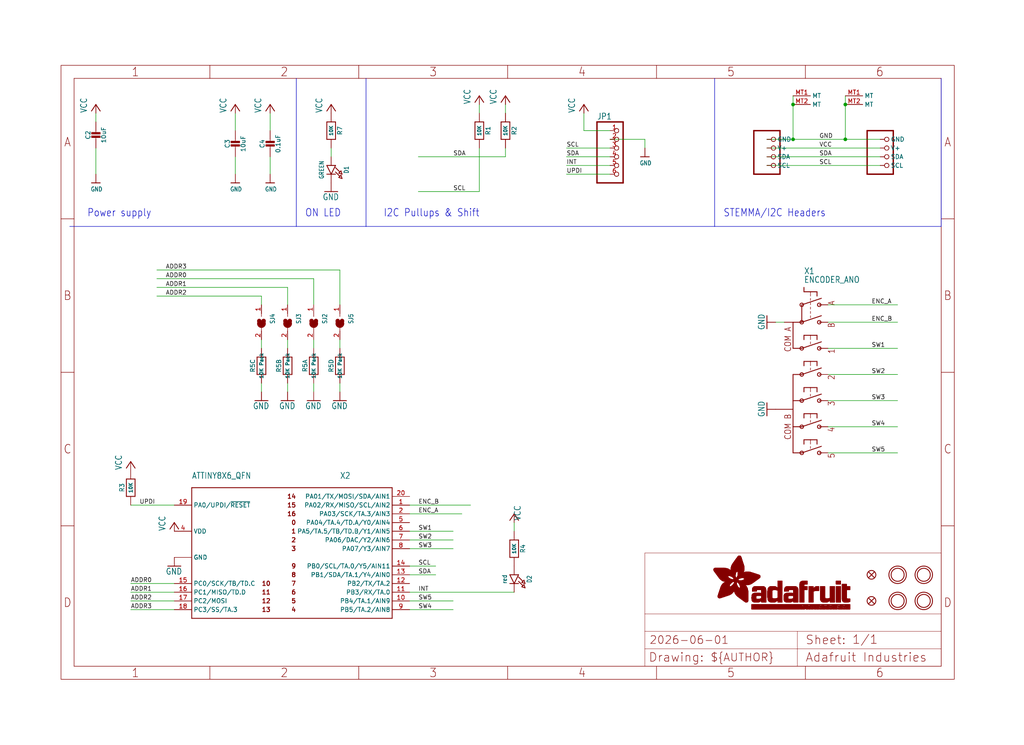
<source format=kicad_sch>
(kicad_sch (version 20230121) (generator eeschema)
  (paper "User" 298.45 217.322)
  (lib_symbols
    (symbol "working-eagle-import:ATTINY8X6_QFN"
      (property "Reference" "X" (at 12.7 25.4 0))
      (symbol "ATTINY8X6_QFN_1_0"
        (text "0" (at 0 12.7 0) (effects (font (size 1.27 1.27) (thickness 0.254) bold) (justify right)))
        (text "1" (at 0 10.16 0) (effects (font (size 1.27 1.27) (thickness 0.254) bold) (justify right)))
        (text "10" (at -10.16 -5.08 0) (effects (font (size 1.27 1.27) (thickness 0.254) bold) (justify left)))
        (text "11" (at -10.16 -7.62 0) (effects (font (size 1.27 1.27) (thickness 0.254) bold) (justify left)))
        (text "12" (at -10.16 -10.16 0) (effects (font (size 1.27 1.27) (thickness 0.254) bold) (justify left)))
        (text "13" (at -10.16 -12.7 0) (effects (font (size 1.27 1.27) (thickness 0.254) bold) (justify left)))
        (text "14" (at 0 20.32 0) (effects (font (size 1.27 1.27) (thickness 0.254) bold) (justify right)))
        (text "15" (at 0 17.78 0) (effects (font (size 1.27 1.27) (thickness 0.254) bold) (justify right)))
        (text "16" (at 0 15.24 0) (effects (font (size 1.27 1.27) (thickness 0.254) bold) (justify right)))
        (text "2" (at 0 7.62 0) (effects (font (size 1.27 1.27) (thickness 0.254) bold) (justify right)))
        (text "3" (at 0 5.08 0) (effects (font (size 1.27 1.27) (thickness 0.254) bold) (justify right)))
        (text "4" (at 0 -12.7 0) (effects (font (size 1.27 1.27) (thickness 0.254) bold) (justify right)))
        (text "5" (at 0 -10.16 0) (effects (font (size 1.27 1.27) (thickness 0.254) bold) (justify right)))
        (text "6" (at 0 -7.62 0) (effects (font (size 1.27 1.27) (thickness 0.254) bold) (justify right)))
        (text "7" (at 0 -5.08 0) (effects (font (size 1.27 1.27) (thickness 0.254) bold) (justify right)))
        (text "8" (at 0 -2.54 0) (effects (font (size 1.27 1.27) (thickness 0.254) bold) (justify right)))
        (text "9" (at 0 0 0) (effects (font (size 1.27 1.27) (thickness 0.254) bold) (justify right)))
        (pin bidirectional line (at 33.02 17.78 180) (length 5.08) (name "PA02/RX/MISO/SCL/AIN2") (number "1"))
        (pin bidirectional line (at 33.02 -10.16 180) (length 5.08) (name "PB4/TA.1/AIN9") (number "10"))
        (pin bidirectional line (at 33.02 -7.62 180) (length 5.08) (name "PB3/RX/TA.0") (number "11"))
        (pin bidirectional line (at 33.02 -5.08 180) (length 5.08) (name "PB2/TX/TA.2") (number "12"))
        (pin bidirectional line (at 33.02 -2.54 180) (length 5.08) (name "PB1/SDA/TA.1/Y4/AIN0") (number "13"))
        (pin bidirectional line (at 33.02 0 180) (length 5.08) (name "PB0/SCL/TA.0/Y5/AIN11") (number "14"))
        (pin bidirectional line (at -35.56 -5.08 0) (length 5.08) (name "PC0/SCK/TB/TD.C") (number "15"))
        (pin bidirectional line (at -35.56 -7.62 0) (length 5.08) (name "PC1/MISO/TD.D") (number "16"))
        (pin bidirectional line (at -35.56 -10.16 0) (length 5.08) (name "PC2/MOSI") (number "17"))
        (pin bidirectional line (at -35.56 -12.7 0) (length 5.08) (name "PC3/SS/TA.3") (number "18"))
        (pin bidirectional line (at -35.56 17.78 0) (length 5.08) (name "PA0/UPDI/~{RESET}") (number "19"))
        (pin bidirectional line (at 33.02 15.24 180) (length 5.08) (name "PA03/SCK/TA.3/AIN3") (number "2"))
        (pin bidirectional line (at 33.02 20.32 180) (length 5.08) (name "PA01/TX/MOSI/SDA/AIN1") (number "20"))
        (pin power_in line (at -35.56 2.54 0) (length 5.08) (name "GND") (number "3"))
        (pin power_in line (at -35.56 10.16 0) (length 5.08) (name "VDD") (number "4"))
        (pin bidirectional line (at 33.02 12.7 180) (length 5.08) (name "PA04/TA.4/TD.A/Y0/AIN4") (number "5"))
        (pin bidirectional line (at 33.02 10.16 180) (length 5.08) (name "PA5/TA.5/TB/TD.B/Y1/AIN5") (number "6"))
        (pin bidirectional line (at 33.02 7.62 180) (length 5.08) (name "PA06/DAC/Y2/AIN6") (number "7"))
        (pin bidirectional line (at 33.02 5.08 180) (length 5.08) (name "PA07/Y3/AIN7") (number "8"))
        (pin bidirectional line (at 33.02 -12.7 180) (length 5.08) (name "PB5/TA.2/AIN8") (number "9"))
        (pin power_in line (at -35.56 2.54 0) (length 5.08) (name "GND") (number "PAD"))
      )
    )
    (symbol "working-eagle-import:CAP_CERAMIC0603_NO"
      (property "Reference" "C" (at -2.29 1.25 90))
      (symbol "CAP_CERAMIC0603_NO_1_0"
        (pin passive line (at 0 5.08 270) (length 2.54) (name "1") (number "1"))
        (pin passive line (at 0 -2.54 90) (length 2.54) (name "2") (number "2"))
      )
    )
    (symbol "working-eagle-import:CAP_CERAMIC0805-NOOUTLINE"
      (property "Reference" "C" (at -2.29 1.25 90))
      (symbol "CAP_CERAMIC0805-NOOUTLINE_1_0"
        (pin passive line (at 0 5.08 270) (length 2.54) (name "1") (number "1"))
        (pin passive line (at 0 -2.54 90) (length 2.54) (name "2") (number "2"))
      )
    )
    (symbol "working-eagle-import:ENCODER_ANO"
      (property "Reference" "X" (at -1.905 13.97 0))
      (symbol "ENCODER_ANO_1_0"
        (text "1" (at 5.08 -7.62 900) (effects (font (size 1.778 1.5113)) (justify right top)))
        (text "2" (at 5.08 -15.24 900) (effects (font (size 1.778 1.5113)) (justify right top)))
        (text "3" (at 5.08 -22.86 900) (effects (font (size 1.778 1.5113)) (justify right top)))
        (text "4" (at 5.08 -30.48 900) (effects (font (size 1.778 1.5113)) (justify right top)))
        (text "5" (at 5.08 -38.1 900) (effects (font (size 1.778 1.5113)) (justify right top)))
        (text "A" (at 5.08 6.35 900) (effects (font (size 1.778 1.5113)) (justify right top)))
        (text "B" (at 5.08 0 900) (effects (font (size 1.778 1.5113)) (justify right top)))
        (text "COM A" (at -7.62 -1.27 900) (effects (font (size 1.778 1.5113)) (justify right top)))
        (text "COM B" (at -7.62 -26.67 900) (effects (font (size 1.778 1.5113)) (justify right top)))
        (pin passive line (at 5.08 5.08 180) (length 2.54) (name "A") (number "A"))
        (pin passive line (at 5.08 0 180) (length 2.54) (name "B") (number "B"))
        (pin passive line (at -7.62 0 0) (length 2.54) (name "COMA") (number "COM_A"))
        (pin passive line (at -10.16 -25.4 0) (length 5.08) (name "COM_B") (number "COM_B"))
        (pin passive line (at 5.08 -7.62 180) (length 2.54) (name "1") (number "S1"))
        (pin passive line (at 5.08 -15.24 180) (length 2.54) (name "S2") (number "S2"))
        (pin passive line (at 5.08 -22.86 180) (length 2.54) (name "S3") (number "S3"))
        (pin passive line (at 5.08 -30.48 180) (length 2.54) (name "S4") (number "S4"))
        (pin passive line (at 5.08 -38.1 180) (length 2.54) (name "S5") (number "S5"))
      )
    )
    (symbol "working-eagle-import:FIDUCIAL_1MM")
    (symbol "working-eagle-import:FRAME_A4_ADAFRUIT"
      (symbol "FRAME_A4_ADAFRUIT_1_0"
        (text "${#}/${##}" (at 230.505 10.16 0) (effects (font (size 2.54 2.54)) (justify left bottom)))
        (text "${AUTHOR}" (at 189.23 5.08 0) (effects (font (size 2.286 2.286)) (justify left bottom)))
        (text "${CURRENT_DATE}" (at 171.45 10.16 0) (effects (font (size 2.286 2.286)) (justify left bottom)))
        (text "${PROJECTNAME}" (at 171.45 15.24 0) (effects (font (size 2.54 2.54)) (justify left bottom)))
        (text "1" (at 21.6958 1.905 0) (effects (font (size 2.54 2.286))))
        (text "1" (at 21.6958 177.165 0) (effects (font (size 2.54 2.286))))
        (text "2" (at 65.0875 1.905 0) (effects (font (size 2.54 2.286))))
        (text "2" (at 65.0875 177.165 0) (effects (font (size 2.54 2.286))))
        (text "3" (at 108.4792 1.905 0) (effects (font (size 2.54 2.286))))
        (text "3" (at 108.4792 177.165 0) (effects (font (size 2.54 2.286))))
        (text "4" (at 151.8708 1.905 0) (effects (font (size 2.54 2.286))))
        (text "4" (at 151.8708 177.165 0) (effects (font (size 2.54 2.286))))
        (text "5" (at 195.2625 1.905 0) (effects (font (size 2.54 2.286))))
        (text "5" (at 195.2625 177.165 0) (effects (font (size 2.54 2.286))))
        (text "6" (at 238.6542 1.905 0) (effects (font (size 2.54 2.286))))
        (text "6" (at 238.6542 177.165 0) (effects (font (size 2.54 2.286))))
        (text "A" (at 1.905 156.6863 0) (effects (font (size 2.54 2.286))))
        (text "A" (at 258.445 156.6863 0) (effects (font (size 2.54 2.286))))
        (text "Adafruit Industries" (at 216.916 4.953 0) (effects (font (size 2.54 2.54)) (justify left bottom)))
        (text "B" (at 1.905 111.9188 0) (effects (font (size 2.54 2.286))))
        (text "B" (at 258.445 111.9188 0) (effects (font (size 2.54 2.286))))
        (text "C" (at 1.905 67.1513 0) (effects (font (size 2.54 2.286))))
        (text "C" (at 258.445 67.1513 0) (effects (font (size 2.54 2.286))))
        (text "D" (at 1.905 22.3838 0) (effects (font (size 2.54 2.286))))
        (text "D" (at 258.445 22.3838 0) (effects (font (size 2.54 2.286))))
        (text "Drawing:" (at 171.196 4.953 0) (effects (font (size 2.54 2.54)) (justify left bottom)))
        (text "Sheet:" (at 216.916 10.033 0) (effects (font (size 2.54 2.54)) (justify left bottom)))
      )
    )
    (symbol "working-eagle-import:GND" (power)
      (property "Value" "GND" (at -1.524 -2.54 0))
      (symbol "GND_1_0"
        (pin power_in line (at 0 2.54 270) (length 2.54) (name "GND") (number "1"))
      )
    )
    (symbol "working-eagle-import:HEADER-1X670MIL"
      (property "Reference" "JP" (at -6.35 10.795 0))
      (symbol "HEADER-1X670MIL_1_0"
        (pin passive inverted (at -2.54 7.62 0) (length 2.54) (name "1") (number "1"))
        (pin passive inverted (at -2.54 5.08 0) (length 2.54) (name "2") (number "2"))
        (pin passive inverted (at -2.54 2.54 0) (length 2.54) (name "3") (number "3"))
        (pin passive inverted (at -2.54 0 0) (length 2.54) (name "4") (number "4"))
        (pin passive inverted (at -2.54 -2.54 0) (length 2.54) (name "5") (number "5"))
        (pin passive inverted (at -2.54 -5.08 0) (length 2.54) (name "6") (number "6"))
      )
    )
    (symbol "working-eagle-import:LED0603_NOOUTLINE"
      (property "Reference" "D" (at -1.27 4.445 0))
      (symbol "LED0603_NOOUTLINE_1_0"
        (pin passive line (at -5.08 0 0) (length 2.54) (name "A") (number "A"))
        (pin passive line (at 2.54 0 180) (length 2.54) (name "C") (number "C"))
      )
    )
    (symbol "working-eagle-import:MOUNTINGHOLE2.5")
    (symbol "working-eagle-import:RESISTOR_0603_NOOUT"
      (property "Reference" "R" (at 0 2.54 0))
      (symbol "RESISTOR_0603_NOOUT_1_0"
        (pin passive line (at -5.08 0 0) (length 2.54) (name "1") (number "1"))
        (pin passive line (at 5.08 0 180) (length 2.54) (name "2") (number "2"))
      )
    )
    (symbol "working-eagle-import:RESISTOR_4PACK"
      (property "Reference" "R" (at 0 2.54 0))
      (symbol "RESISTOR_4PACK_1_0"
        (pin passive line (at -5.08 0 0) (length 2.54) (name "1") (number "1"))
        (pin passive line (at 5.08 0 180) (length 2.54) (name "2") (number "8"))
      )
      (symbol "RESISTOR_4PACK_2_0"
        (pin passive line (at -5.08 0 0) (length 2.54) (name "1") (number "2"))
        (pin passive line (at 5.08 0 180) (length 2.54) (name "2") (number "7"))
      )
      (symbol "RESISTOR_4PACK_3_0"
        (pin passive line (at -5.08 0 0) (length 2.54) (name "1") (number "3"))
        (pin passive line (at 5.08 0 180) (length 2.54) (name "2") (number "6"))
      )
      (symbol "RESISTOR_4PACK_4_0"
        (pin passive line (at -5.08 0 0) (length 2.54) (name "1") (number "4"))
        (pin passive line (at 5.08 0 180) (length 2.54) (name "2") (number "5"))
      )
    )
    (symbol "working-eagle-import:SOLDERJUMPERCLOSED"
      (property "Reference" "SJ" (at -2.54 2.54 0))
      (symbol "SOLDERJUMPERCLOSED_1_0"
        (pin passive line (at -5.08 0 0) (length 2.54) (name "1") (number "1"))
        (pin passive line (at 5.08 0 180) (length 2.54) (name "2") (number "2"))
      )
    )
    (symbol "working-eagle-import:STEMMA_I2C_QT"
      (symbol "STEMMA_I2C_QT_1_0"
        (pin passive inverted (at 0 5.08 0) (length 2.54) (name "GND") (number "1"))
        (pin passive inverted (at 0 2.54 0) (length 2.54) (name "V+") (number "2"))
        (pin passive inverted (at 0 0 0) (length 2.54) (name "SDA") (number "3"))
        (pin passive inverted (at 0 -2.54 0) (length 2.54) (name "SCL") (number "4"))
      )
      (symbol "STEMMA_I2C_QT_2_0"
        (pin bidirectional line (at 0 0 0) (length 5.08) (name "MT") (number "MT1"))
      )
      (symbol "STEMMA_I2C_QT_3_0"
        (pin bidirectional line (at 0 0 0) (length 5.08) (name "MT") (number "MT2"))
      )
    )
    (symbol "working-eagle-import:VCC" (power)
      (property "Value" "VCC" (at -2.54 -2.54 90))
      (symbol "VCC_1_0"
        (pin power_in line (at 0 -2.54 90) (length 2.54) (name "VCC") (number "1"))
      )
    )
    (symbol "working-eagle-import:supply1_GND" (power)
      (property "Value" "supply1_GND" (at -2.54 -2.54 0))
      (symbol "supply1_GND_1_0"
        (pin power_in line (at 0 2.54 270) (length 2.54) (name "GND") (number "1"))
      )
    )
  )
  (junction (at 246.38 40.64))
  (junction (at 246.38 30.48))
  (junction (at 231.14 40.64))
  (junction (at 231.14 30.48))
  (wire (pts (xy 119.38 177.8) (xy 132.08 177.8)) (stroke (width 0.1524)))
  (wire (pts (xy 261.62 93.98) (xy 241.3 93.98)) (stroke (width 0.1524)))
  (wire (pts (xy 231.14 30.48) (xy 231.14 40.64)) (stroke (width 0.1524)))
  (wire (pts (xy 78.74 33.02) (xy 78.74 38.1)) (stroke (width 0.1524)))
  (wire (pts (xy 177.8 45.72) (xy 165.1 45.72)) (stroke (width 0.1524)))
  (wire (pts (xy 78.74 45.72) (xy 78.74 50.8)) (stroke (width 0.1524)))
  (wire (pts (xy 246.38 27.94) (xy 246.38 30.48)) (stroke (width 0.1524)))
  (wire (pts (xy 261.62 109.22) (xy 241.3 109.22)) (stroke (width 0.1524)))
  (wire (pts (xy 170.18 38.1) (xy 170.18 33.02)) (stroke (width 0.1524)))
  (wire (pts (xy 228.6 93.98) (xy 226.06 93.98)) (stroke (width 0.1524)))
  (polyline (pts (xy 86.36 22.86) (xy 86.36 66.04)) (stroke (width 0.1524) (type solid)))
  (wire (pts (xy 246.38 30.48) (xy 246.38 40.64)) (stroke (width 0.1524)))
  (wire (pts (xy 38.1 175.26) (xy 50.8 175.26)) (stroke (width 0.1524)))
  (wire (pts (xy 119.38 165.1) (xy 127 165.1)) (stroke (width 0.1524)))
  (wire (pts (xy 119.38 175.26) (xy 132.08 175.26)) (stroke (width 0.1524)))
  (wire (pts (xy 50.8 170.18) (xy 38.1 170.18)) (stroke (width 0.1524)))
  (polyline (pts (xy 106.68 66.04) (xy 208.28 66.04)) (stroke (width 0.1524) (type solid)))
  (wire (pts (xy 147.32 43.18) (xy 147.32 45.72)) (stroke (width 0.1524)))
  (wire (pts (xy 256.54 45.72) (xy 223.52 45.72)) (stroke (width 0.1524)))
  (wire (pts (xy 261.62 124.46) (xy 241.3 124.46)) (stroke (width 0.1524)))
  (wire (pts (xy 177.8 43.18) (xy 165.1 43.18)) (stroke (width 0.1524)))
  (polyline (pts (xy 20.32 66.04) (xy 86.36 66.04)) (stroke (width 0.1524) (type solid)))
  (wire (pts (xy 83.82 101.6) (xy 83.82 99.06)) (stroke (width 0.1524)))
  (polyline (pts (xy 208.28 66.04) (xy 274.32 66.04)) (stroke (width 0.1524) (type solid)))
  (wire (pts (xy 45.72 86.36) (xy 76.2 86.36)) (stroke (width 0.1524)))
  (wire (pts (xy 27.94 33.02) (xy 27.94 35.56)) (stroke (width 0.1524)))
  (wire (pts (xy 50.8 177.8) (xy 38.1 177.8)) (stroke (width 0.1524)))
  (wire (pts (xy 119.38 147.32) (xy 137.16 147.32)) (stroke (width 0.1524)))
  (wire (pts (xy 139.7 55.88) (xy 121.92 55.88)) (stroke (width 0.1524)))
  (wire (pts (xy 149.86 152.4) (xy 149.86 154.94)) (stroke (width 0.1524)))
  (wire (pts (xy 241.3 132.08) (xy 261.62 132.08)) (stroke (width 0.1524)))
  (wire (pts (xy 256.54 40.64) (xy 246.38 40.64)) (stroke (width 0.1524)))
  (wire (pts (xy 231.14 40.64) (xy 223.52 40.64)) (stroke (width 0.1524)))
  (polyline (pts (xy 274.32 22.86) (xy 274.32 66.04)) (stroke (width 0.1524) (type solid)))
  (wire (pts (xy 83.82 83.82) (xy 83.82 88.9)) (stroke (width 0.1524)))
  (wire (pts (xy 132.08 157.48) (xy 119.38 157.48)) (stroke (width 0.1524)))
  (wire (pts (xy 68.58 45.72) (xy 68.58 50.8)) (stroke (width 0.1524)))
  (wire (pts (xy 223.52 43.18) (xy 256.54 43.18)) (stroke (width 0.1524)))
  (wire (pts (xy 91.44 81.28) (xy 91.44 88.9)) (stroke (width 0.1524)))
  (wire (pts (xy 223.52 48.26) (xy 256.54 48.26)) (stroke (width 0.1524)))
  (wire (pts (xy 134.62 149.86) (xy 119.38 149.86)) (stroke (width 0.1524)))
  (wire (pts (xy 177.8 48.26) (xy 165.1 48.26)) (stroke (width 0.1524)))
  (wire (pts (xy 76.2 114.3) (xy 76.2 111.76)) (stroke (width 0.1524)))
  (wire (pts (xy 96.52 45.72) (xy 96.52 43.18)) (stroke (width 0.1524)))
  (wire (pts (xy 177.8 38.1) (xy 170.18 38.1)) (stroke (width 0.1524)))
  (wire (pts (xy 50.8 147.32) (xy 38.1 147.32)) (stroke (width 0.1524)))
  (wire (pts (xy 147.32 45.72) (xy 121.92 45.72)) (stroke (width 0.1524)))
  (wire (pts (xy 99.06 111.76) (xy 99.06 114.3)) (stroke (width 0.1524)))
  (wire (pts (xy 27.94 50.8) (xy 27.94 43.18)) (stroke (width 0.1524)))
  (wire (pts (xy 68.58 33.02) (xy 68.58 38.1)) (stroke (width 0.1524)))
  (wire (pts (xy 76.2 101.6) (xy 76.2 99.06)) (stroke (width 0.1524)))
  (wire (pts (xy 241.3 88.9) (xy 261.62 88.9)) (stroke (width 0.1524)))
  (wire (pts (xy 241.3 116.84) (xy 261.62 116.84)) (stroke (width 0.1524)))
  (wire (pts (xy 119.38 172.72) (xy 149.86 172.72)) (stroke (width 0.1524)))
  (polyline (pts (xy 106.68 22.86) (xy 106.68 66.04)) (stroke (width 0.1524) (type solid)))
  (wire (pts (xy 187.96 40.64) (xy 187.96 43.18)) (stroke (width 0.1524)))
  (wire (pts (xy 139.7 43.18) (xy 139.7 55.88)) (stroke (width 0.1524)))
  (wire (pts (xy 45.72 83.82) (xy 83.82 83.82)) (stroke (width 0.1524)))
  (wire (pts (xy 76.2 86.36) (xy 76.2 88.9)) (stroke (width 0.1524)))
  (polyline (pts (xy 208.28 22.86) (xy 208.28 66.04)) (stroke (width 0.1524) (type solid)))
  (wire (pts (xy 50.8 172.72) (xy 38.1 172.72)) (stroke (width 0.1524)))
  (wire (pts (xy 231.14 27.94) (xy 231.14 30.48)) (stroke (width 0.1524)))
  (wire (pts (xy 99.06 88.9) (xy 99.06 78.74)) (stroke (width 0.1524)))
  (wire (pts (xy 177.8 40.64) (xy 187.96 40.64)) (stroke (width 0.1524)))
  (wire (pts (xy 91.44 114.3) (xy 91.44 111.76)) (stroke (width 0.1524)))
  (wire (pts (xy 99.06 78.74) (xy 45.72 78.74)) (stroke (width 0.1524)))
  (wire (pts (xy 147.32 33.02) (xy 147.32 30.48)) (stroke (width 0.1524)))
  (wire (pts (xy 139.7 30.48) (xy 139.7 33.02)) (stroke (width 0.1524)))
  (wire (pts (xy 99.06 99.06) (xy 99.06 101.6)) (stroke (width 0.1524)))
  (wire (pts (xy 91.44 101.6) (xy 91.44 99.06)) (stroke (width 0.1524)))
  (polyline (pts (xy 86.36 66.04) (xy 106.68 66.04)) (stroke (width 0.1524) (type solid)))
  (wire (pts (xy 119.38 160.02) (xy 132.08 160.02)) (stroke (width 0.1524)))
  (wire (pts (xy 119.38 154.94) (xy 132.08 154.94)) (stroke (width 0.1524)))
  (wire (pts (xy 231.14 40.64) (xy 246.38 40.64)) (stroke (width 0.1524)))
  (wire (pts (xy 241.3 101.6) (xy 261.62 101.6)) (stroke (width 0.1524)))
  (wire (pts (xy 83.82 114.3) (xy 83.82 111.76)) (stroke (width 0.1524)))
  (wire (pts (xy 177.8 50.8) (xy 165.1 50.8)) (stroke (width 0.1524)))
  (wire (pts (xy 127 167.64) (xy 119.38 167.64)) (stroke (width 0.1524)))
  (wire (pts (xy 45.72 81.28) (xy 91.44 81.28)) (stroke (width 0.1524)))
  (text "I2C Pullups & Shift" (at 111.76 63.5 0) (effects (font (size 2.1844 1.8567)) (justify left bottom)))
  (text "ON LED" (at 88.9 63.5 0) (effects (font (size 2.1844 1.8567)) (justify left bottom)))
  (text "STEMMA/I2C Headers" (at 210.82 63.5 0) (effects (font (size 2.1844 1.8567)) (justify left bottom)))
  (text "Power supply" (at 25.4 63.5 0) (effects (font (size 2.1844 1.8567)) (justify left bottom)))
  (label "GND" (at 238.76 40.64 0) (effects (font (size 1.2446 1.2446))))
  (label "INT" (at 121.92 172.72 0) (effects (font (size 1.2446 1.2446))))
  (label "ENC_B" (at 254 93.98 0) (effects (font (size 1.2446 1.2446))))
  (label "SW4" (at 121.92 177.8 0) (effects (font (size 1.2446 1.2446))))
  (label "SW1" (at 254 101.6 0) (effects (font (size 1.2446 1.2446))))
  (label "ENC_A" (at 254 88.9 0) (effects (font (size 1.2446 1.2446))))
  (label "INT" (at 165.1 48.26 0) (effects (font (size 1.2446 1.2446))))
  (label "UPDI" (at 165.1 50.8 0) (effects (font (size 1.2446 1.2446))))
  (label "SCL" (at 165.1 43.18 0) (effects (font (size 1.2446 1.2446))))
  (label "ADDR2" (at 48.26 86.36 0) (effects (font (size 1.2446 1.2446))))
  (label "ADDR2" (at 38.1 175.26 0) (effects (font (size 1.2446 1.2446))))
  (label "SW5" (at 121.92 175.26 0) (effects (font (size 1.2446 1.2446))))
  (label "SCL" (at 238.76 48.26 0) (effects (font (size 1.2446 1.2446))))
  (label "ADDR0" (at 38.1 170.18 0) (effects (font (size 1.2446 1.2446))))
  (label "ADDR0" (at 48.26 81.28 0) (effects (font (size 1.2446 1.2446))))
  (label "SDA" (at 238.76 45.72 0) (effects (font (size 1.2446 1.2446))))
  (label "SW2" (at 121.92 157.48 0) (effects (font (size 1.2446 1.2446))))
  (label "ADDR1" (at 38.1 172.72 0) (effects (font (size 1.2446 1.2446))))
  (label "SDA" (at 121.92 167.64 0) (effects (font (size 1.2446 1.2446))))
  (label "SDA" (at 165.1 45.72 0) (effects (font (size 1.2446 1.2446))))
  (label "SW4" (at 254 124.46 0) (effects (font (size 1.2446 1.2446))))
  (label "ENC_A" (at 121.92 149.86 0) (effects (font (size 1.2446 1.2446))))
  (label "VCC" (at 238.76 43.18 0) (effects (font (size 1.2446 1.2446))))
  (label "SW3" (at 121.92 160.02 0) (effects (font (size 1.2446 1.2446))))
  (label "ENC_B" (at 121.92 147.32 0) (effects (font (size 1.2446 1.2446))))
  (label "SCL" (at 132.08 55.88 0) (effects (font (size 1.2446 1.2446))))
  (label "SW2" (at 254 109.22 0) (effects (font (size 1.2446 1.2446))))
  (label "UPDI" (at 40.64 147.32 0) (effects (font (size 1.2446 1.2446))))
  (label "ADDR3" (at 48.26 78.74 0) (effects (font (size 1.2446 1.2446))))
  (label "SDA" (at 132.08 45.72 0) (effects (font (size 1.2446 1.2446))))
  (label "ADDR3" (at 38.1 177.8 0) (effects (font (size 1.2446 1.2446))))
  (label "ADDR1" (at 48.26 83.82 0) (effects (font (size 1.2446 1.2446))))
  (label "SW1" (at 121.92 154.94 0) (effects (font (size 1.2446 1.2446))))
  (label "SCL" (at 121.92 165.1 0) (effects (font (size 1.2446 1.2446))))
  (label "SW5" (at 254 132.08 0) (effects (font (size 1.2446 1.2446))))
  (label "SW3" (at 254 116.84 0) (effects (font (size 1.2446 1.2446))))
  (symbol (lib_id "working-eagle-import:STEMMA_I2C_QT") (at 231.14 30.48 0) (unit 3)
    (property "Reference" "CONN3" (effects hide))
    (property "Value" "STEMMA_I2C_QT" (effects hide))
    (property "Footprint" "working:JST_SH4" (effects hide))
  )
  (symbol (lib_id "working-eagle-import:VCC") (at 50.8 152.4 0) (unit 1)
    (property "Reference" "#P+8" (effects hide))
    (property "Value" "VCC" (at 48.26 154.94 90) (effects (font (size 1.778 1.5113)) (justify left bottom)))
  )
  (symbol (lib_id "working-eagle-import:LED0603_NOOUTLINE") (at 149.86 170.18 270) (unit 1)
    (property "Reference" "D2" (at 154.305 168.91 0) (effects (font (size 1.27 1.0795))))
    (property "Value" "red" (at 147.066 168.91 0) (effects (font (size 1.27 1.0795))))
    (property "Footprint" "working:CHIPLED_0603_NOOUTLINE" (effects hide))
  )
  (symbol (lib_id "working-eagle-import:RESISTOR_0603_NOOUT") (at 149.86 160.02 270) (unit 1)
    (property "Reference" "R4" (at 152.4 160.02 0))
    (property "Value" "10K" (at 149.86 160.02 0) (effects (font (size 1.016 1.016) bold)))
    (property "Footprint" "working:0603-NO" (effects hide))
  )
  (symbol (lib_id "working-eagle-import:MOUNTINGHOLE2.5") (at 269.24 175.26 0) (unit 1)
    (property "Reference" "U$30" (effects hide))
    (property "Value" "MOUNTINGHOLE2.5" (effects hide))
    (property "Footprint" "working:MOUNTINGHOLE_2.5_PLATED" (effects hide))
  )
  (symbol (lib_id "working-eagle-import:SOLDERJUMPERCLOSED") (at 83.82 93.98 270) (unit 1)
    (property "Reference" "SJ3" (at 86.36 91.44 0) (effects (font (size 1.27 1.0795)) (justify left bottom)))
    (property "Value" "SOLDERJUMPERCLOSED" (effects hide))
    (property "Footprint" "working:SOLDERJUMPER_CLOSEDWIRE" (effects hide))
  )
  (symbol (lib_id "working-eagle-import:VCC") (at 78.74 30.48 0) (unit 1)
    (property "Reference" "#P+6" (effects hide))
    (property "Value" "VCC" (at 76.2 33.02 90) (effects (font (size 1.778 1.5113)) (justify left bottom)))
  )
  (symbol (lib_id "working-eagle-import:CAP_CERAMIC0603_NO") (at 78.74 43.18 0) (unit 1)
    (property "Reference" "C4" (at 76.45 41.93 90))
    (property "Value" "0.1uF" (at 81.04 41.93 90))
    (property "Footprint" "working:0603-NO" (effects hide))
  )
  (symbol (lib_id "working-eagle-import:VCC") (at 139.7 27.94 0) (unit 1)
    (property "Reference" "#P+1" (effects hide))
    (property "Value" "VCC" (at 137.16 30.48 90) (effects (font (size 1.778 1.5113)) (justify left bottom)))
  )
  (symbol (lib_id "working-eagle-import:STEMMA_I2C_QT") (at 223.52 45.72 0) (unit 1)
    (property "Reference" "CONN3" (effects hide))
    (property "Value" "STEMMA_I2C_QT" (effects hide))
    (property "Footprint" "working:JST_SH4" (effects hide))
  )
  (symbol (lib_id "working-eagle-import:MOUNTINGHOLE2.5") (at 261.62 167.64 0) (unit 1)
    (property "Reference" "U$27" (effects hide))
    (property "Value" "MOUNTINGHOLE2.5" (effects hide))
    (property "Footprint" "working:MOUNTINGHOLE_2.5_PLATED" (effects hide))
  )
  (symbol (lib_id "working-eagle-import:MOUNTINGHOLE2.5") (at 269.24 167.64 0) (unit 1)
    (property "Reference" "U$29" (effects hide))
    (property "Value" "MOUNTINGHOLE2.5" (effects hide))
    (property "Footprint" "working:MOUNTINGHOLE_2.5_PLATED" (effects hide))
  )
  (symbol (lib_id "working-eagle-import:supply1_GND") (at 223.52 119.38 270) (unit 1)
    (property "Reference" "#GND4" (effects hide))
    (property "Value" "GND" (at 220.98 116.84 0) (effects (font (size 1.778 1.5113)) (justify left bottom)))
  )
  (symbol (lib_id "working-eagle-import:supply1_GND") (at 76.2 116.84 0) (unit 1)
    (property "Reference" "#GND10" (effects hide))
    (property "Value" "GND" (at 73.66 119.38 0) (effects (font (size 1.778 1.5113)) (justify left bottom)))
  )
  (symbol (lib_id "working-eagle-import:ATTINY8X6_QFN") (at 86.36 165.1 0) (unit 1)
    (property "Reference" "X2" (at 99.06 139.7 0) (effects (font (size 1.778 1.5113)) (justify left bottom)))
    (property "Value" "ATTINY8X6_QFN" (at 55.88 139.7 0) (effects (font (size 1.778 1.5113)) (justify left bottom)))
    (property "Footprint" "working:QFN20_3MM" (effects hide))
  )
  (symbol (lib_id "working-eagle-import:LED0603_NOOUTLINE") (at 96.52 50.8 270) (unit 1)
    (property "Reference" "D1" (at 100.965 49.53 0) (effects (font (size 1.27 1.0795))))
    (property "Value" "GREEN" (at 93.726 49.53 0) (effects (font (size 1.27 1.0795))))
    (property "Footprint" "working:CHIPLED_0603_NOOUTLINE" (effects hide))
  )
  (symbol (lib_id "working-eagle-import:STEMMA_I2C_QT") (at 246.38 30.48 0) (unit 3)
    (property "Reference" "CONN4" (effects hide))
    (property "Value" "STEMMA_I2C_QT" (effects hide))
    (property "Footprint" "working:JST_SH4" (effects hide))
  )
  (symbol (lib_id "working-eagle-import:GND") (at 187.96 45.72 0) (unit 1)
    (property "Reference" "#U$1" (effects hide))
    (property "Value" "GND" (at 186.436 48.26 0) (effects (font (size 1.27 1.0795)) (justify left bottom)))
  )
  (symbol (lib_id "working-eagle-import:GND") (at 27.94 53.34 0) (unit 1)
    (property "Reference" "#U$13" (effects hide))
    (property "Value" "GND" (at 26.416 55.88 0) (effects (font (size 1.27 1.0795)) (justify left bottom)))
  )
  (symbol (lib_id "working-eagle-import:RESISTOR_4PACK") (at 99.06 106.68 90) (unit 4)
    (property "Reference" "R5" (at 96.52 106.68 0))
    (property "Value" "10K Pack" (at 99.06 106.68 0) (effects (font (size 1.016 1.016) bold)))
    (property "Footprint" "working:RESPACK_4X0603" (effects hide))
  )
  (symbol (lib_id "working-eagle-import:GND") (at 78.74 53.34 0) (unit 1)
    (property "Reference" "#U$6" (effects hide))
    (property "Value" "GND" (at 77.216 55.88 0) (effects (font (size 1.27 1.0795)) (justify left bottom)))
  )
  (symbol (lib_id "working-eagle-import:VCC") (at 149.86 149.86 0) (unit 1)
    (property "Reference" "#P+9" (effects hide))
    (property "Value" "VCC" (at 149.86 147.32 90) (effects (font (size 1.778 1.5113)) (justify right top)))
  )
  (symbol (lib_id "working-eagle-import:RESISTOR_0603_NOOUT") (at 96.52 38.1 270) (unit 1)
    (property "Reference" "R7" (at 99.06 38.1 0))
    (property "Value" "10K" (at 96.52 38.1 0) (effects (font (size 1.016 1.016) bold)))
    (property "Footprint" "working:0603-NO" (effects hide))
  )
  (symbol (lib_id "working-eagle-import:STEMMA_I2C_QT") (at 231.14 27.94 0) (unit 2)
    (property "Reference" "CONN3" (effects hide))
    (property "Value" "STEMMA_I2C_QT" (effects hide))
    (property "Footprint" "working:JST_SH4" (effects hide))
  )
  (symbol (lib_id "working-eagle-import:HEADER-1X670MIL") (at 180.34 45.72 0) (unit 1)
    (property "Reference" "JP1" (at 173.99 34.925 0) (effects (font (size 1.778 1.5113)) (justify left bottom)))
    (property "Value" "HEADER-1X670MIL" (effects hide))
    (property "Footprint" "working:1X06_ROUND_70" (effects hide))
  )
  (symbol (lib_id "working-eagle-import:STEMMA_I2C_QT") (at 256.54 45.72 0) (unit 1)
    (property "Reference" "CONN4" (effects hide))
    (property "Value" "STEMMA_I2C_QT" (effects hide))
    (property "Footprint" "working:JST_SH4" (effects hide))
  )
  (symbol (lib_id "working-eagle-import:supply1_GND") (at 83.82 116.84 0) (unit 1)
    (property "Reference" "#GND8" (effects hide))
    (property "Value" "GND" (at 81.28 119.38 0) (effects (font (size 1.778 1.5113)) (justify left bottom)))
  )
  (symbol (lib_id "working-eagle-import:CAP_CERAMIC0805-NOOUTLINE") (at 27.94 40.64 0) (unit 1)
    (property "Reference" "C2" (at 25.65 39.39 90))
    (property "Value" "10uF" (at 30.24 39.39 90))
    (property "Footprint" "working:0805-NO" (effects hide))
  )
  (symbol (lib_id "working-eagle-import:RESISTOR_4PACK") (at 83.82 106.68 90) (unit 2)
    (property "Reference" "R5" (at 81.28 106.68 0))
    (property "Value" "10K Pack" (at 83.82 106.68 0) (effects (font (size 1.016 1.016) bold)))
    (property "Footprint" "working:RESPACK_4X0603" (effects hide))
  )
  (symbol (lib_id "working-eagle-import:VCC") (at 38.1 134.62 0) (unit 1)
    (property "Reference" "#P+10" (effects hide))
    (property "Value" "VCC" (at 35.56 137.16 90) (effects (font (size 1.778 1.5113)) (justify left bottom)))
  )
  (symbol (lib_id "working-eagle-import:RESISTOR_0603_NOOUT") (at 147.32 38.1 270) (unit 1)
    (property "Reference" "R2" (at 149.86 38.1 0))
    (property "Value" "10K" (at 147.32 38.1 0) (effects (font (size 1.016 1.016) bold)))
    (property "Footprint" "working:0603-NO" (effects hide))
  )
  (symbol (lib_id "working-eagle-import:FIDUCIAL_1MM") (at 254 175.26 0) (unit 1)
    (property "Reference" "FID3" (effects hide))
    (property "Value" "FIDUCIAL_1MM" (effects hide))
    (property "Footprint" "working:FIDUCIAL_1MM" (effects hide))
  )
  (symbol (lib_id "working-eagle-import:supply1_GND") (at 50.8 165.1 0) (unit 1)
    (property "Reference" "#GND12" (effects hide))
    (property "Value" "GND" (at 48.26 167.64 0) (effects (font (size 1.778 1.5113)) (justify left bottom)))
  )
  (symbol (lib_id "working-eagle-import:SOLDERJUMPERCLOSED") (at 91.44 93.98 270) (unit 1)
    (property "Reference" "SJ2" (at 93.98 91.44 0) (effects (font (size 1.27 1.0795)) (justify left bottom)))
    (property "Value" "SOLDERJUMPERCLOSED" (effects hide))
    (property "Footprint" "working:SOLDERJUMPER_CLOSEDWIRE" (effects hide))
  )
  (symbol (lib_id "working-eagle-import:VCC") (at 96.52 30.48 0) (unit 1)
    (property "Reference" "#P+4" (effects hide))
    (property "Value" "VCC" (at 93.98 33.02 90) (effects (font (size 1.778 1.5113)) (justify left bottom)))
  )
  (symbol (lib_id "working-eagle-import:RESISTOR_4PACK") (at 91.44 106.68 90) (unit 1)
    (property "Reference" "R5" (at 88.9 106.68 0))
    (property "Value" "10K Pack" (at 91.44 106.68 0) (effects (font (size 1.016 1.016) bold)))
    (property "Footprint" "working:RESPACK_4X0603" (effects hide))
  )
  (symbol (lib_id "working-eagle-import:RESISTOR_0603_NOOUT") (at 38.1 142.24 90) (unit 1)
    (property "Reference" "R3" (at 35.56 142.24 0))
    (property "Value" "10K" (at 38.1 142.24 0) (effects (font (size 1.016 1.016) bold)))
    (property "Footprint" "working:0603-NO" (effects hide))
  )
  (symbol (lib_id "working-eagle-import:VCC") (at 147.32 27.94 0) (unit 1)
    (property "Reference" "#P+2" (effects hide))
    (property "Value" "VCC" (at 144.78 30.48 90) (effects (font (size 1.778 1.5113)) (justify left bottom)))
  )
  (symbol (lib_id "working-eagle-import:supply1_GND") (at 223.52 93.98 270) (unit 1)
    (property "Reference" "#GND7" (effects hide))
    (property "Value" "GND" (at 220.98 91.44 0) (effects (font (size 1.778 1.5113)) (justify left bottom)))
  )
  (symbol (lib_id "working-eagle-import:supply1_GND") (at 99.06 116.84 0) (unit 1)
    (property "Reference" "#GND13" (effects hide))
    (property "Value" "GND" (at 96.52 119.38 0) (effects (font (size 1.778 1.5113)) (justify left bottom)))
  )
  (symbol (lib_id "working-eagle-import:supply1_GND") (at 91.44 116.84 0) (unit 1)
    (property "Reference" "#GND9" (effects hide))
    (property "Value" "GND" (at 88.9 119.38 0) (effects (font (size 1.778 1.5113)) (justify left bottom)))
  )
  (symbol (lib_id "working-eagle-import:VCC") (at 170.18 30.48 0) (unit 1)
    (property "Reference" "#P+11" (effects hide))
    (property "Value" "VCC" (at 167.64 33.02 90) (effects (font (size 1.778 1.5113)) (justify left bottom)))
  )
  (symbol (lib_id "working-eagle-import:RESISTOR_4PACK") (at 76.2 106.68 90) (unit 3)
    (property "Reference" "R5" (at 73.66 106.68 0))
    (property "Value" "10K Pack" (at 76.2 106.68 0) (effects (font (size 1.016 1.016) bold)))
    (property "Footprint" "working:RESPACK_4X0603" (effects hide))
  )
  (symbol (lib_id "working-eagle-import:FRAME_A4_ADAFRUIT") (at 17.78 198.12 0) (unit 1)
    (property "Reference" "#U$28" (effects hide))
    (property "Value" "FRAME_A4_ADAFRUIT" (effects hide))
  )
  (symbol (lib_id "working-eagle-import:VCC") (at 68.58 30.48 0) (unit 1)
    (property "Reference" "#P+5" (effects hide))
    (property "Value" "VCC" (at 66.04 33.02 90) (effects (font (size 1.778 1.5113)) (justify left bottom)))
  )
  (symbol (lib_id "working-eagle-import:SOLDERJUMPERCLOSED") (at 99.06 93.98 270) (unit 1)
    (property "Reference" "SJ5" (at 101.6 91.44 0) (effects (font (size 1.27 1.0795)) (justify left bottom)))
    (property "Value" "SOLDERJUMPERCLOSED" (effects hide))
    (property "Footprint" "working:SOLDERJUMPER_CLOSEDWIRE" (effects hide))
  )
  (symbol (lib_id "working-eagle-import:STEMMA_I2C_QT") (at 246.38 27.94 0) (unit 2)
    (property "Reference" "CONN4" (effects hide))
    (property "Value" "STEMMA_I2C_QT" (effects hide))
    (property "Footprint" "working:JST_SH4" (effects hide))
  )
  (symbol (lib_id "working-eagle-import:supply1_GND") (at 96.52 55.88 0) (unit 1)
    (property "Reference" "#GND3" (effects hide))
    (property "Value" "GND" (at 93.98 58.42 0) (effects (font (size 1.778 1.5113)) (justify left bottom)))
  )
  (symbol (lib_id "working-eagle-import:FIDUCIAL_1MM") (at 254 167.64 0) (unit 1)
    (property "Reference" "FID4" (effects hide))
    (property "Value" "FIDUCIAL_1MM" (effects hide))
    (property "Footprint" "working:FIDUCIAL_1MM" (effects hide))
  )
  (symbol (lib_id "working-eagle-import:VCC") (at 27.94 30.48 0) (unit 1)
    (property "Reference" "#P+3" (effects hide))
    (property "Value" "VCC" (at 25.4 33.02 90) (effects (font (size 1.778 1.5113)) (justify left bottom)))
  )
  (symbol (lib_id "working-eagle-import:CAP_CERAMIC0805-NOOUTLINE") (at 68.58 43.18 0) (unit 1)
    (property "Reference" "C3" (at 66.29 41.93 90))
    (property "Value" "10uF" (at 70.88 41.93 90))
    (property "Footprint" "working:0805-NO" (effects hide))
  )
  (symbol (lib_id "working-eagle-import:SOLDERJUMPERCLOSED") (at 76.2 93.98 270) (unit 1)
    (property "Reference" "SJ4" (at 78.74 91.44 0) (effects (font (size 1.27 1.0795)) (justify left bottom)))
    (property "Value" "SOLDERJUMPERCLOSED" (effects hide))
    (property "Footprint" "working:SOLDERJUMPER_CLOSEDWIRE" (effects hide))
  )
  (symbol (lib_id "working-eagle-import:MOUNTINGHOLE2.5") (at 261.62 175.26 0) (unit 1)
    (property "Reference" "U$25" (effects hide))
    (property "Value" "MOUNTINGHOLE2.5" (effects hide))
    (property "Footprint" "working:MOUNTINGHOLE_2.5_PLATED" (effects hide))
  )
  (symbol (lib_id "working-eagle-import:ENCODER_ANO") (at 236.22 93.98 0) (unit 1)
    (property "Reference" "X1" (at 234.315 80.01 0) (effects (font (size 1.778 1.5113)) (justify left bottom)))
    (property "Value" "ENCODER_ANO" (at 234.315 82.55 0) (effects (font (size 1.778 1.5113)) (justify left bottom)))
    (property "Footprint" "working:ENCODER_ANO" (effects hide))
  )
  (symbol (lib_id "working-eagle-import:GND") (at 68.58 53.34 0) (unit 1)
    (property "Reference" "#U$5" (effects hide))
    (property "Value" "GND" (at 67.056 55.88 0) (effects (font (size 1.27 1.0795)) (justify left bottom)))
  )
  (symbol (lib_id "working-eagle-import:RESISTOR_0603_NOOUT") (at 139.7 38.1 270) (unit 1)
    (property "Reference" "R1" (at 142.24 38.1 0))
    (property "Value" "10K" (at 139.7 38.1 0) (effects (font (size 1.016 1.016) bold)))
    (property "Footprint" "working:0603-NO" (effects hide))
  )
)
</source>
